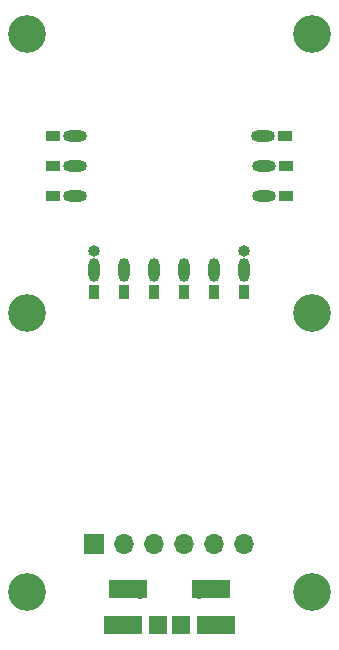
<source format=gbr>
%TF.GenerationSoftware,KiCad,Pcbnew,6.0.1+dfsg-1*%
%TF.CreationDate,2022-09-02T19:09:10-04:00*%
%TF.ProjectId,CH340-testing,43483334-302d-4746-9573-74696e672e6b,rev?*%
%TF.SameCoordinates,Original*%
%TF.FileFunction,Soldermask,Bot*%
%TF.FilePolarity,Negative*%
%FSLAX46Y46*%
G04 Gerber Fmt 4.6, Leading zero omitted, Abs format (unit mm)*
G04 Created by KiCad (PCBNEW 6.0.1+dfsg-1) date 2022-09-02 19:09:10*
%MOMM*%
%LPD*%
G01*
G04 APERTURE LIST*
%ADD10C,3.200000*%
%ADD11O,0.890000X1.550000*%
%ADD12O,1.250000X0.950000*%
%ADD13R,3.200000X1.550000*%
%ADD14R,1.500000X1.550000*%
%ADD15R,1.700000X1.700000*%
%ADD16O,1.700000X1.700000*%
%ADD17O,0.950000X2.000000*%
%ADD18O,2.000000X0.950000*%
%ADD19R,1.300000X0.900000*%
%ADD20R,0.900000X1.300000*%
%ADD21O,1.000000X1.000000*%
G04 APERTURE END LIST*
D10*
%TO.C,REF\u002A\u002A*%
X162065000Y-90348000D03*
%TD*%
%TO.C,REF\u002A\u002A*%
X137935000Y-137592000D03*
%TD*%
%TO.C,REF\u002A\u002A*%
X162065000Y-137592000D03*
%TD*%
%TO.C,REF\u002A\u002A*%
X137935000Y-113970000D03*
%TD*%
D11*
%TO.C,J2*%
X146500000Y-140416000D03*
D12*
X152500000Y-137716000D03*
D13*
X153900000Y-140416000D03*
D11*
X153500000Y-140416000D03*
D14*
X149000000Y-140416000D03*
D13*
X146100000Y-140416000D03*
X146500000Y-137316000D03*
D14*
X151000000Y-140416000D03*
D12*
X147500000Y-137716000D03*
D13*
X153500000Y-137316000D03*
%TD*%
D10*
%TO.C,REF\u002A\u002A*%
X137935000Y-90348000D03*
%TD*%
D15*
%TO.C,J1*%
X143650000Y-133528000D03*
D16*
X146190000Y-133528000D03*
X148730000Y-133528000D03*
X151270000Y-133528000D03*
X153810000Y-133528000D03*
X156350000Y-133528000D03*
%TD*%
D17*
%TO.C,Um1*%
X146190000Y-110330000D03*
X148730000Y-110330000D03*
D18*
X142025000Y-104080000D03*
X142025000Y-99000000D03*
X157975000Y-104080000D03*
D17*
X153810000Y-110330000D03*
X143650000Y-110330000D03*
X156350000Y-110330000D03*
D18*
X157900000Y-99000000D03*
X142025000Y-101540000D03*
D17*
X151270000Y-110330000D03*
D18*
X157975000Y-101540000D03*
D19*
X140175000Y-99000000D03*
X140175000Y-101540000D03*
X140175000Y-104080000D03*
D20*
X143650000Y-112180000D03*
D21*
X143650000Y-108730000D03*
D20*
X146190000Y-112180000D03*
X148730000Y-112180000D03*
X151270000Y-112180000D03*
X153810000Y-112180000D03*
X156350000Y-112180000D03*
D21*
X156350000Y-108730000D03*
D19*
X159825000Y-104080000D03*
X159825000Y-101540000D03*
X159750000Y-99000000D03*
%TD*%
D10*
%TO.C,REF\u002A\u002A*%
X162065000Y-113970000D03*
%TD*%
M02*

</source>
